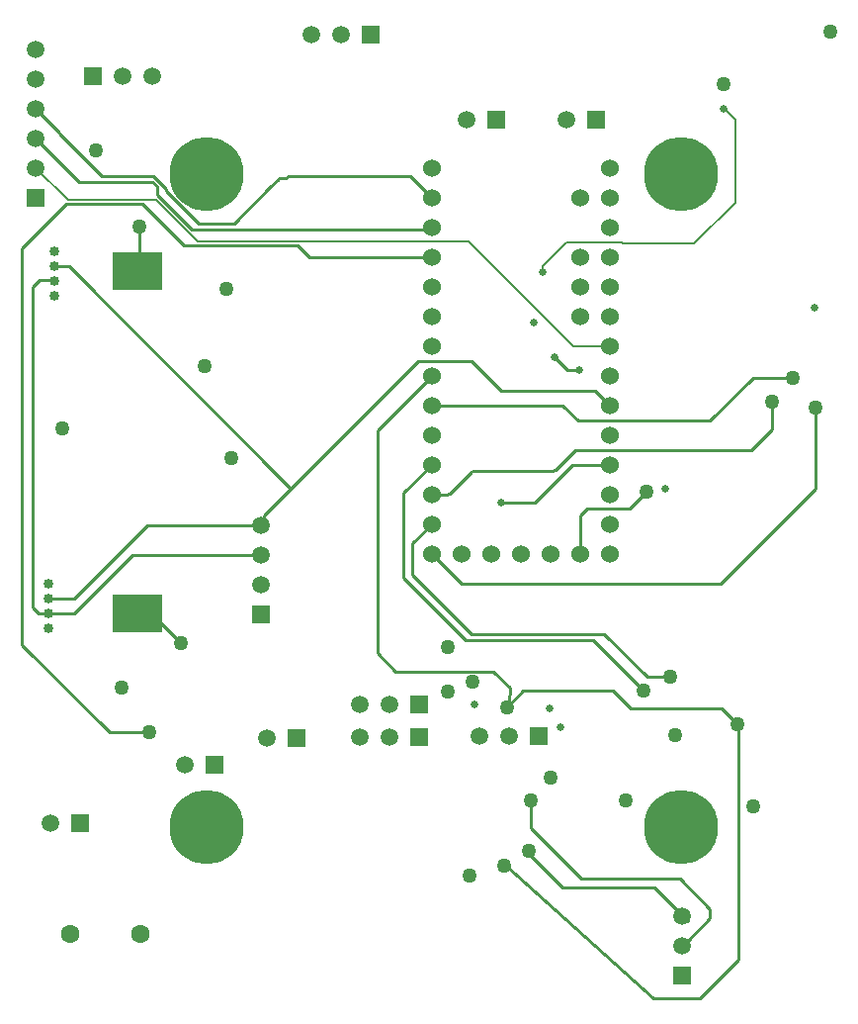
<source format=gbl>
G04*
G04 #@! TF.GenerationSoftware,Altium Limited,Altium Designer,21.9.2 (33)*
G04*
G04 Layer_Physical_Order=4*
G04 Layer_Color=16711680*
%FSLAX25Y25*%
%MOIN*%
G70*
G04*
G04 #@! TF.SameCoordinates,2E303187-FE1F-4BD8-B44E-E95B7E70DBC6*
G04*
G04*
G04 #@! TF.FilePolarity,Positive*
G04*
G01*
G75*
%ADD15C,0.01000*%
%ADD22R,0.05906X0.05906*%
%ADD62C,0.05000*%
%ADD76C,0.00600*%
%ADD78C,0.06000*%
%ADD79C,0.05906*%
%ADD80C,0.06299*%
%ADD81R,0.05906X0.05906*%
%ADD82C,0.25000*%
%ADD83C,0.03347*%
%ADD84C,0.02500*%
%ADD97R,0.16535X0.12598*%
D15*
X137227Y170142D02*
G03*
X137933Y170433I0J1000D01*
G01*
X145914Y178000D02*
G03*
X145209Y177709I0J-1000D01*
G01*
X172586Y178000D02*
G03*
X173293Y178293I0J1000D01*
G01*
X173000Y216500D02*
X177500Y212000D01*
X181500D01*
X173293Y178293D02*
X180000Y185000D01*
X137933Y170433D02*
X145209Y177709D01*
X131705Y170142D02*
X137227D01*
X145914Y178000D02*
X172586D01*
X166355Y167500D02*
X178997Y180142D01*
X191705D01*
X155000Y167500D02*
X166355D01*
X31500Y132500D02*
X34846D01*
X32500Y245354D02*
X33000Y245854D01*
X34846Y132500D02*
X47205Y120142D01*
X33000Y245854D02*
Y260354D01*
X-6500Y119500D02*
X23000Y90000D01*
X36500D01*
X229000Y140000D02*
X261000Y172000D01*
Y199500D01*
X141847Y140000D02*
X229000D01*
X131705Y150142D02*
X141847Y140000D01*
X225500Y195000D02*
X240000Y209500D01*
X253500D01*
X246500Y192000D02*
Y202000D01*
X239500Y185000D02*
X246500Y192000D01*
X181000Y195000D02*
X225500D01*
X175858Y200142D02*
X181000Y195000D01*
X131705Y200142D02*
X175858D01*
X180000Y185000D02*
X239500D01*
X157709Y99209D02*
X162500Y104000D01*
X157000Y98500D02*
X157709Y99209D01*
X235000Y13500D02*
Y93000D01*
X162500Y104000D02*
X192923D01*
X198923Y98000D02*
X229346D01*
X192923Y104000D02*
X198923Y98000D01*
X229346D02*
X234705Y92642D01*
X206414Y500D02*
X222000D01*
X156828Y45000D02*
X206414Y500D01*
X156000Y45000D02*
X156828D01*
X156000D02*
Y45828D01*
X164500Y49000D02*
X175858Y37642D01*
X164500Y49000D02*
Y50000D01*
X175858Y37642D02*
X206700D01*
X165000Y57846D02*
X182205Y40642D01*
X165000Y57846D02*
Y67000D01*
X152400Y110600D02*
X158000Y105000D01*
X127500Y110500D02*
X127600Y110600D01*
X152400D01*
X-1795Y290142D02*
X12768Y275578D01*
X37449D01*
X50783Y259500D02*
X131063D01*
X39031Y271253D02*
Y273996D01*
X131063Y259500D02*
X131705Y260142D01*
X39031Y271253D02*
X50783Y259500D01*
X42105Y272508D02*
X53113Y261500D01*
X65000D01*
X77128Y273628D01*
X8500Y268000D02*
X34000D01*
X48000Y254000D02*
X86500D01*
X34000Y268000D02*
X48000Y254000D01*
X86500D02*
X90358Y250142D01*
X131705D01*
X222000Y500D02*
X235000Y13500D01*
X157709Y99209D02*
Y102500D01*
X158000Y102791D01*
Y105000D01*
X20500Y277500D02*
X37790D01*
X6076Y291924D02*
X20500Y277500D01*
X6076Y291924D02*
Y292270D01*
X-1795Y300142D02*
X6076Y292270D01*
X113400Y116686D02*
X119586Y110500D01*
X113400Y116686D02*
Y191837D01*
X131705Y210142D01*
X84250Y172250D02*
X127000Y215000D01*
X145000D01*
X-6500Y119500D02*
Y253000D01*
X8500Y268000D01*
X1416Y242449D02*
X4051D01*
X4500Y242000D01*
X1365Y242500D02*
X1416Y242449D01*
X-500Y242500D02*
X1365D01*
X-3000Y240000D02*
X-500Y242500D01*
X-3000Y132000D02*
Y240000D01*
Y132000D02*
X-1000Y130000D01*
X2500D01*
X75072Y163072D02*
X84250Y172250D01*
X9500Y247000D02*
X84250Y172250D01*
X4500Y247000D02*
X9500D01*
X11000Y130000D02*
X30642Y149642D01*
X74205D01*
X35642Y159642D02*
X74205D01*
X11000Y135000D02*
X35642Y159642D01*
X2500Y130000D02*
X11000D01*
X2500Y135000D02*
X11000D01*
X75072Y160509D02*
Y163072D01*
X74205Y159642D02*
X75072Y160509D01*
X145000Y215000D02*
X155000Y205000D01*
X186846D02*
X191705Y200142D01*
X155000Y205000D02*
X186846D01*
X119586Y110500D02*
X127500D01*
X122205Y142142D02*
Y170642D01*
X131705Y180142D01*
X122205Y142142D02*
X143205Y121142D01*
X198500Y165500D02*
X204000Y171000D01*
X181705Y163205D02*
X184000Y165500D01*
X198500D01*
X181705Y150142D02*
Y163205D01*
X80000Y276633D02*
X82570D01*
X80000Y276500D02*
Y276633D01*
X77128Y273628D02*
X80000Y276500D01*
X82570Y276633D02*
X83438Y277500D01*
X77128Y273628D02*
Y273628D01*
X42105Y272508D02*
Y273185D01*
X37790Y277500D02*
X42105Y273185D01*
X83438Y277500D02*
X124346D01*
X131705Y270142D01*
X37449Y275578D02*
X39031Y273996D01*
X182205Y40642D02*
X215358D01*
X186205Y121142D02*
X203205Y104142D01*
X204362Y108642D02*
X212205D01*
X189862Y123142D02*
X204362Y108642D01*
X145205Y123142D02*
X189862D01*
X125205Y143142D02*
X145205Y123142D01*
X125205Y143142D02*
Y153642D01*
X131705Y160142D01*
X143205Y121142D02*
X186205D01*
X215358Y40642D02*
X225500Y30500D01*
X217952Y19894D02*
X225500Y27442D01*
Y30500D01*
X206700Y37642D02*
X217952Y26389D01*
D22*
X187000Y296500D02*
D03*
X17500Y311000D02*
D03*
X127500Y99500D02*
D03*
X86000Y88000D02*
D03*
X58500Y79000D02*
D03*
X13000Y59500D02*
D03*
X167705Y88642D02*
D03*
X127500Y88500D02*
D03*
X153500Y296500D02*
D03*
X111000Y325000D02*
D03*
D62*
X27000Y105000D02*
D03*
X47205Y120142D02*
D03*
X33000Y260354D02*
D03*
X36500Y90000D02*
D03*
X261000Y199500D02*
D03*
X246500Y201500D02*
D03*
X253500Y209500D02*
D03*
X156000Y45000D02*
D03*
X164500Y50000D02*
D03*
X165000Y67000D02*
D03*
X145500Y107000D02*
D03*
X240205Y65142D02*
D03*
X144358Y41705D02*
D03*
X266000Y326000D02*
D03*
X230000Y308500D02*
D03*
X157000Y98500D02*
D03*
X18500Y286000D02*
D03*
X62500Y239500D02*
D03*
X55000Y213500D02*
D03*
X64158Y182342D02*
D03*
X7000Y192500D02*
D03*
X234705Y92642D02*
D03*
X204000Y171000D02*
D03*
X137205Y103642D02*
D03*
X203205Y104142D02*
D03*
X212205Y108642D02*
D03*
X171705Y74642D02*
D03*
X137205Y118642D02*
D03*
X197205Y67142D02*
D03*
X213705Y89142D02*
D03*
D76*
X-1795Y280142D02*
X8946Y269400D01*
X38904D01*
X52804Y255500D01*
X144000D01*
X179358Y220142D01*
X191705D01*
X234000Y268500D02*
Y296500D01*
X230500Y300000D02*
X234000Y296500D01*
X196000Y255000D02*
X196251Y254749D01*
X220249D01*
X234000Y268500D01*
X177000Y255000D02*
X196000D01*
X169150Y247150D02*
X177000Y255000D01*
X169000Y245000D02*
X169150Y245150D01*
Y247150D01*
D78*
X191705Y260142D02*
D03*
X181705Y270142D02*
D03*
X131705Y280142D02*
D03*
Y270142D02*
D03*
Y260142D02*
D03*
Y250142D02*
D03*
Y240142D02*
D03*
Y230142D02*
D03*
Y220142D02*
D03*
Y210142D02*
D03*
Y200142D02*
D03*
Y190142D02*
D03*
Y180142D02*
D03*
Y170142D02*
D03*
Y160142D02*
D03*
Y150142D02*
D03*
X141705D02*
D03*
X151705D02*
D03*
X161705D02*
D03*
X181705D02*
D03*
X191705D02*
D03*
Y160142D02*
D03*
Y170142D02*
D03*
Y180142D02*
D03*
Y190142D02*
D03*
Y200142D02*
D03*
Y210142D02*
D03*
Y220142D02*
D03*
Y230142D02*
D03*
Y240142D02*
D03*
Y250142D02*
D03*
Y270142D02*
D03*
Y280142D02*
D03*
X171705Y150142D02*
D03*
X181705Y250142D02*
D03*
Y240142D02*
D03*
Y230142D02*
D03*
D79*
X177000Y296500D02*
D03*
X37500Y311000D02*
D03*
X27500D02*
D03*
X107500Y99500D02*
D03*
X117500D02*
D03*
X76000Y88000D02*
D03*
X48500Y79000D02*
D03*
X3000Y59500D02*
D03*
X216200Y18142D02*
D03*
Y28142D02*
D03*
X-1795Y280142D02*
D03*
Y290142D02*
D03*
Y300142D02*
D03*
Y310142D02*
D03*
Y320142D02*
D03*
X157705Y88642D02*
D03*
X147705D02*
D03*
X117500Y88500D02*
D03*
X107500D02*
D03*
X143500Y296500D02*
D03*
X74205Y159642D02*
D03*
Y149642D02*
D03*
Y139642D02*
D03*
X101000Y325000D02*
D03*
X91000D02*
D03*
D80*
X33311Y22000D02*
D03*
X9689D02*
D03*
D81*
X216200Y8142D02*
D03*
X-1795Y270142D02*
D03*
X74205Y129642D02*
D03*
D82*
X215705Y58142D02*
D03*
X55705D02*
D03*
X215705Y278142D02*
D03*
X55705D02*
D03*
D83*
X2500Y140000D02*
D03*
Y135000D02*
D03*
Y130000D02*
D03*
Y125000D02*
D03*
X4500Y252000D02*
D03*
Y247000D02*
D03*
Y242000D02*
D03*
Y237000D02*
D03*
D84*
X166000Y228000D02*
D03*
X181500Y212000D02*
D03*
X173000Y216500D02*
D03*
X155000Y167500D02*
D03*
X146000Y99500D02*
D03*
X230070Y300269D02*
D03*
X169000Y245000D02*
D03*
X210480Y172020D02*
D03*
X260716Y233160D02*
D03*
X171500Y98000D02*
D03*
X175205Y91642D02*
D03*
D97*
X32500Y245354D02*
D03*
Y130000D02*
D03*
M02*

</source>
